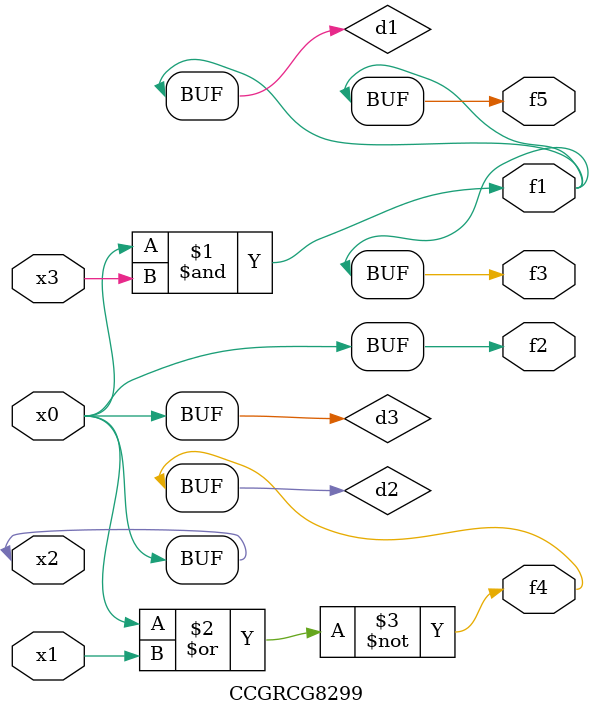
<source format=v>
module CCGRCG8299(
	input x0, x1, x2, x3,
	output f1, f2, f3, f4, f5
);

	wire d1, d2, d3;

	and (d1, x2, x3);
	nor (d2, x0, x1);
	buf (d3, x0, x2);
	assign f1 = d1;
	assign f2 = d3;
	assign f3 = d1;
	assign f4 = d2;
	assign f5 = d1;
endmodule

</source>
